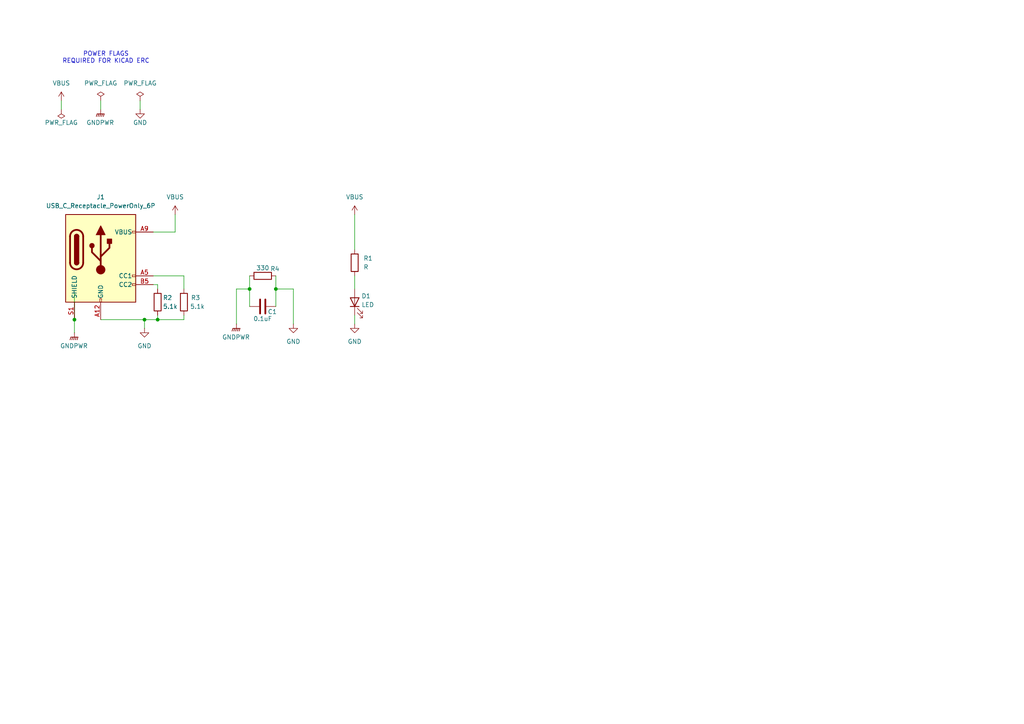
<source format=kicad_sch>
(kicad_sch (version 20231120) (generator "eeschema") (generator_version "8.0")
  (paper "A4")
  (title_block (title "Test1") (date "2024-04-30") (rev "v1") (company "DelgadoTechnologies"))
  (lib_symbols
    (symbol "Connector:USB_C_Receptacle_PowerOnly_6P" (pin_names (offset 1.016))
      (property "Reference" "J" (at 0 16.51 0))
      (property "Value" "USB_C_Receptacle_PowerOnly_6P" (at 0 13.97 0))
      (symbol "USB_C_Receptacle_PowerOnly_6P_0_0"
        (rectangle (start -0.254 -12.7) (end 0.254 -11.684))
        (rectangle (start 10.16 -7.366) (end 9.144 -7.874))
        (rectangle (start 10.16 -4.826) (end 9.144 -5.334))
        (rectangle (start 10.16 7.874) (end 9.144 7.366))
      )
      (symbol "USB_C_Receptacle_PowerOnly_6P_0_1"
        (rectangle (start -10.16 12.7) (end 10.16 -12.7) (stroke (width 0.254)) (fill (type background)))
        (arc (start -8.89 -1.27) (mid -6.985 -3.1667) (end -5.08 -1.27) (stroke (width 0.508)))
        (arc (start -7.62 -1.27) (mid -6.985 -1.9023) (end -6.35 -1.27) (stroke (width 0.254)))
        (arc (start -7.62 -1.27) (mid -6.985 -1.9023) (end -6.35 -1.27) (stroke (width 0.254)) (fill (type outline)))
        (rectangle (start -7.62 -1.27) (end -6.35 6.35) (stroke (width 0.254)) (fill (type outline)))
        (arc (start -6.35 6.35) (mid -6.985 6.9823) (end -7.62 6.35) (stroke (width 0.254)))
        (arc (start -6.35 6.35) (mid -6.985 6.9823) (end -7.62 6.35) (stroke (width 0.254)) (fill (type outline)))
        (arc (start -5.08 6.35) (mid -6.985 8.2467) (end -8.89 6.35) (stroke (width 0.508)))
        (circle (center -2.54 3.683) (radius 0.635) (stroke (width 0.254)) (fill (type outline)))
        (circle (center 0 -3.302) (radius 1.27) (fill (type outline)))
        (polyline (pts (xy -8.89 -1.27) (xy -8.89 6.35)) (stroke (width 0.508)))
        (polyline (pts (xy -5.08 6.35) (xy -5.08 -1.27)) (stroke (width 0.508)))
        (polyline (pts (xy 0 -3.302) (xy 0 6.858)) (stroke (width 0.508)))
        (polyline (pts (xy 0 -0.762) (xy -2.54 1.778) (xy -2.54 3.048)) (stroke (width 0.508)))
        (polyline (pts (xy 0 0.508) (xy 2.54 3.048) (xy 2.54 4.318)) (stroke (width 0.508)))
        (polyline (pts (xy -1.27 6.858) (xy 0 9.398) (xy 1.27 6.858) (xy -1.27 6.858)) (stroke (width 0.254)) (fill (type outline)))
        (rectangle (start 1.905 4.318) (end 3.175 5.588) (stroke (width 0.254)) (fill (type outline)))
      )
      (symbol "USB_C_Receptacle_PowerOnly_6P_1_1"
        (pin passive line (at 0 -17.78 90) (length 5.08) (name "GND") (number "A12"))
        (pin bidirectional line (at 15.24 -5.08 180) (length 5.08) (name "CC1") (number "A5"))
        (pin passive line (at 15.24 7.62 180) (length 5.08) (name "VBUS") (number "A9"))
        (pin passive line (at 0 -17.78 90) (length 5.08) hide (name "GND") (number "B12"))
        (pin bidirectional line (at 15.24 -7.62 180) (length 5.08) (name "CC2") (number "B5"))
        (pin passive line (at 15.24 7.62 180) (length 5.08) hide (name "VBUS") (number "B9"))
        (pin passive line (at -7.62 -17.78 90) (length 5.08) (name "SHIELD") (number "S1"))
      )
    )
    (symbol "Device:C" (pin_numbers hide) (pin_names (offset 0.254))
      (property "Reference" "C" (at 0.635 2.54 0))
      (property "Value" "C" (at 0.635 -2.54 0))
      (symbol "C_0_1"
        (polyline (pts (xy -2.032 -0.762) (xy 2.032 -0.762)) (stroke (width 0.508)))
        (polyline (pts (xy -2.032 0.762) (xy 2.032 0.762)) (stroke (width 0.508)))
      )
      (symbol "C_1_1"
        (pin passive line (at 0 3.81 270) (length 2.794) (name "~") (number "1"))
        (pin passive line (at 0 -3.81 90) (length 2.794) (name "~") (number "2"))
      )
    )
    (symbol "Device:LED" (pin_numbers hide) (pin_names (offset 1.016) hide)
      (property "Reference" "D" (at 0 2.54 0))
      (property "Value" "LED" (at 0 -2.54 0))
      (symbol "LED_0_1"
        (polyline (pts (xy -1.27 -1.27) (xy -1.27 1.27)) (stroke (width 0.254)))
        (polyline (pts (xy -1.27 0) (xy 1.27 0)))
        (polyline (pts (xy 1.27 -1.27) (xy 1.27 1.27) (xy -1.27 0) (xy 1.27 -1.27)) (stroke (width 0.254)))
        (polyline (pts (xy -3.048 -0.762) (xy -4.572 -2.286) (xy -3.81 -2.286) (xy -4.572 -2.286) (xy -4.572 -1.524)))
        (polyline (pts (xy -1.778 -0.762) (xy -3.302 -2.286) (xy -2.54 -2.286) (xy -3.302 -2.286) (xy -3.302 -1.524)))
      )
      (symbol "LED_1_1"
        (pin passive line (at -3.81 0 0) (length 2.54) (name "K") (number "1"))
        (pin passive line (at 3.81 0 180) (length 2.54) (name "A") (number "2"))
      )
    )
    (symbol "Device:R" (pin_numbers hide) (pin_names (offset 0))
      (property "Reference" "R" (at 2.032 0 90))
      (property "Value" "R" (at 0 0 90))
      (symbol "R_0_1"
        (rectangle (start -1.016 -2.54) (end 1.016 2.54) (stroke (width 0.254)))
      )
      (symbol "R_1_1"
        (pin passive line (at 0 3.81 270) (length 1.27) (name "~") (number "1"))
        (pin passive line (at 0 -3.81 90) (length 1.27) (name "~") (number "2"))
      )
    )
    (symbol "power:GND" (power) (pin_numbers hide) (pin_names (offset 0) hide)
      (property "Value" "GND" (at 0 -3.81 0))
      (symbol "GND_0_1"
        (polyline (pts (xy 0 0) (xy 0 -1.27) (xy 1.27 -1.27) (xy 0 -2.54) (xy -1.27 -1.27) (xy 0 -1.27)))
      )
      (symbol "GND_1_1"
        (pin power_in line (at 0 0 270) (length 0) (name "~") (number "1"))
      )
    )
    (symbol "power:GNDPWR" (power) (pin_numbers hide) (pin_names (offset 0) hide)
      (property "Value" "GNDPWR" (at 0 -3.302 0))
      (symbol "GNDPWR_0_1"
        (polyline (pts (xy 0 -1.27) (xy 0 0)))
        (polyline (pts (xy -1.016 -1.27) (xy -1.27 -2.032) (xy -1.27 -2.032)) (stroke (width 0.2032)))
        (polyline (pts (xy -0.508 -1.27) (xy -0.762 -2.032) (xy -0.762 -2.032)) (stroke (width 0.2032)))
        (polyline (pts (xy 0 -1.27) (xy -0.254 -2.032) (xy -0.254 -2.032)) (stroke (width 0.2032)))
        (polyline (pts (xy 0.508 -1.27) (xy 0.254 -2.032) (xy 0.254 -2.032)) (stroke (width 0.2032)))
        (polyline (pts (xy 1.016 -1.27) (xy -1.016 -1.27) (xy -1.016 -1.27)) (stroke (width 0.2032)))
        (polyline (pts (xy 1.016 -1.27) (xy 0.762 -2.032) (xy 0.762 -2.032) (xy 0.762 -2.032)) (stroke (width 0.2032)))
      )
      (symbol "GNDPWR_1_1"
        (pin power_in line (at 0 0 270) (length 0) (name "~") (number "1"))
      )
    )
    (symbol "power:PWR_FLAG" (power) (pin_numbers hide) (pin_names (offset 0) hide)
      (property "Value" "PWR_FLAG" (at 0 3.81 0))
      (symbol "PWR_FLAG_0_0"
        (pin power_out line (at 0 0 90) (length 0) (name "~") (number "1"))
      )
      (symbol "PWR_FLAG_0_1"
        (polyline (pts (xy 0 0) (xy 0 1.27) (xy -1.016 1.905) (xy 0 2.54) (xy 1.016 1.905) (xy 0 1.27)))
      )
    )
    (symbol "power:VBUS" (power) (pin_numbers hide) (pin_names (offset 0) hide)
      (property "Value" "VBUS" (at 0 3.556 0))
      (symbol "VBUS_0_1"
        (polyline (pts (xy -0.762 1.27) (xy 0 2.54)))
        (polyline (pts (xy 0 0) (xy 0 2.54)))
        (polyline (pts (xy 0 2.54) (xy 0.762 1.27)))
      )
      (symbol "VBUS_1_1"
        (pin power_in line (at 0 0 90) (length 0) (name "~") (number "1"))
      )
    )
  )
  (junction (at 41.91 92.71))
  (junction (at 21.59 92.71))
  (junction (at 72.39 83.82))
  (junction (at 45.72 92.71))
  (junction (at 80.01 83.82))
  (wire (pts (xy 102.87 93.98) (xy 102.87 91.44)))
  (wire (pts (xy 45.72 82.55) (xy 44.45 82.55)))
  (wire (pts (xy 21.59 92.71) (xy 21.59 96.52)))
  (wire (pts (xy 40.64 29.21) (xy 40.64 31.75)))
  (wire (pts (xy 29.21 92.71) (xy 41.91 92.71)))
  (wire (pts (xy 85.09 83.82) (xy 85.09 93.98)))
  (wire (pts (xy 45.72 91.44) (xy 45.72 92.71)))
  (wire (pts (xy 53.34 80.01) (xy 53.34 83.82)))
  (wire (pts (xy 50.8 67.31) (xy 44.45 67.31)))
  (wire (pts (xy 44.45 80.01) (xy 53.34 80.01)))
  (wire (pts (xy 85.09 83.82) (xy 80.01 83.82)))
  (wire (pts (xy 29.21 29.21) (xy 29.21 31.75)))
  (wire (pts (xy 102.87 62.23) (xy 102.87 72.39)))
  (wire (pts (xy 50.8 62.23) (xy 50.8 67.31)))
  (wire (pts (xy 17.78 31.75) (xy 17.78 29.21)))
  (wire (pts (xy 53.34 91.44) (xy 53.34 92.71)))
  (wire (pts (xy 72.39 83.82) (xy 72.39 88.9)))
  (wire (pts (xy 72.39 80.01) (xy 72.39 83.82)))
  (wire (pts (xy 80.01 83.82) (xy 80.01 88.9)))
  (wire (pts (xy 21.59 85.09) (xy 21.59 92.71)))
  (wire (pts (xy 45.72 92.71) (xy 41.91 92.71)))
  (wire (pts (xy 45.72 92.71) (xy 53.34 92.71)))
  (wire (pts (xy 68.58 83.82) (xy 68.58 93.98)))
  (wire (pts (xy 80.01 80.01) (xy 80.01 83.82)))
  (wire (pts (xy 72.39 83.82) (xy 68.58 83.82)))
  (wire (pts (xy 102.87 80.01) (xy 102.87 83.82)))
  (wire (pts (xy 45.72 82.55) (xy 45.72 83.82)))
  (wire (pts (xy 41.91 92.71) (xy 41.91 95.25)))
  (text "POWER FLAGS\nREQUIRED FOR KICAD ERC" (at 30.734 16.764 0) (effects (font (size 1.27 1.27))))
  (symbol (lib_id "power:GND") (at 40.64 31.75 0) (unit 1)
    (property "Reference" "#PWR010" (effects (hide yes)))
    (property "Value" "GND" (at 40.64 35.56 0))
    (property "Description" "Power symbol creates a global label with name \"GND\" , ground" (effects (hide yes)))
  )
  (symbol (lib_id "power:VBUS") (at 17.78 29.21 0) (unit 1)
    (property "Reference" "#PWR08" (effects (hide yes)))
    (property "Value" "VBUS" (at 17.78 24.13 0))
    (property "Description" "Power symbol creates a global label with name \"VBUS\"" (effects (hide yes)))
  )
  (symbol (lib_id "power:PWR_FLAG") (at 17.78 31.75 180) (unit 1)
    (property "Reference" "#FLG02" (effects (hide yes)))
    (property "Value" "PWR_FLAG" (at 17.78 35.56 0))
    (property "Description" "Special symbol for telling ERC where power comes from" (effects (hide yes)))
  )
  (symbol (lib_id "Device:LED") (at 102.87 87.63 90) (unit 1)
    (property "Reference" "D1" (at 106.172 85.852 90))
    (property "Value" "LED" (at 106.68 88.392 90))
    (property "Footprint" "LED_SMD:LED_0805_2012Metric" (effects (hide yes)))
    (property "Description" "Light emitting diode" (effects (hide yes)))
  )
  (symbol (lib_id "Device:R") (at 53.34 87.63 0) (unit 1)
    (property "Reference" "R3" (at 55.372 86.36 0) (effects (justify left)))
    (property "Value" "5.1k" (at 55.118 88.9 0) (effects (justify left)))
    (property "Footprint" "Resistor_SMD:R_0805_2012Metric" (effects (hide yes)))
    (property "Description" "Resistor" (effects (hide yes)))
  )
  (symbol (lib_id "Device:R") (at 45.72 87.63 0) (unit 1)
    (property "Reference" "R2" (at 47.244 86.36 0) (effects (justify left)))
    (property "Value" "5.1k" (at 47.244 88.9 0) (effects (justify left)))
    (property "Footprint" "Resistor_SMD:R_0805_2012Metric" (effects (hide yes)))
    (property "Description" "Resistor" (effects (hide yes)))
  )
  (symbol (lib_id "power:GND") (at 102.87 93.98 0) (unit 1)
    (property "Reference" "#PWR03" (effects (hide yes)))
    (property "Value" "GND" (at 102.87 99.06 0))
    (property "Description" "Power symbol creates a global label with name \"GND\" , ground" (effects (hide yes)))
  )
  (symbol (lib_id "Device:R") (at 102.87 76.2 180) (unit 1)
    (property "Reference" "R1" (at 105.41 74.9299 0) (effects (justify right)))
    (property "Value" "R" (at 105.41 77.4699 0) (effects (justify right)))
    (property "Footprint" "Resistor_SMD:R_0805_2012Metric" (effects (hide yes)))
    (property "Description" "Resistor" (effects (hide yes)))
  )
  (symbol (lib_id "power:VBUS") (at 102.87 62.23 0) (unit 1)
    (property "Reference" "#PWR07" (effects (hide yes)))
    (property "Value" "VBUS" (at 102.87 57.15 0))
    (property "Description" "Power symbol creates a global label with name \"VBUS\"" (effects (hide yes)))
  )
  (symbol (lib_id "power:GNDPWR") (at 68.58 93.98 0) (unit 1)
    (property "Reference" "#PWR04" (effects (hide yes)))
    (property "Value" "GNDPWR" (at 68.453 97.79 0))
    (property "Description" "Power symbol creates a global label with name \"GNDPWR\" , global ground" (effects (hide yes)))
  )
  (symbol (lib_id "power:VBUS") (at 50.8 62.23 0) (unit 1)
    (property "Reference" "#PWR06" (effects (hide yes)))
    (property "Value" "VBUS" (at 50.8 57.15 0))
    (property "Description" "Power symbol creates a global label with name \"VBUS\"" (effects (hide yes)))
  )
  (symbol (lib_id "power:GND") (at 41.91 95.25 0) (unit 1)
    (property "Reference" "#PWR01" (effects (hide yes)))
    (property "Value" "GND" (at 41.91 100.33 0))
    (property "Description" "Power symbol creates a global label with name \"GND\" , ground" (effects (hide yes)))
  )
  (symbol (lib_id "Device:R") (at 76.2 80.01 270) (unit 1)
    (property "Reference" "R4" (at 79.756 77.978 90))
    (property "Value" "330" (at 76.2 77.724 90))
    (property "Footprint" "Resistor_SMD:R_0805_2012Metric" (effects (hide yes)))
    (property "Description" "Resistor" (effects (hide yes)))
  )
  (symbol (lib_id "power:GNDPWR") (at 21.59 96.52 0) (unit 1)
    (property "Reference" "#PWR02" (effects (hide yes)))
    (property "Value" "GNDPWR" (at 21.463 100.33 0))
    (property "Description" "Power symbol creates a global label with name \"GNDPWR\" , global ground" (effects (hide yes)))
  )
  (symbol (lib_id "Connector:USB_C_Receptacle_PowerOnly_6P") (at 29.21 74.93 0) (unit 1)
    (property "Reference" "J1" (at 29.21 57.15 0))
    (property "Value" "USB_C_Receptacle_PowerOnly_6P" (at 29.21 59.69 0))
    (property "Footprint" "Connector_USB:USB_C_Receptacle_GCT_USB4125-xx-x-0190_6P_TopMnt_Horizontal" (effects (hide yes)))
    (property "Datasheet" "https://www.usb.org/sites/default/files/documents/usb_type-c.zip" (effects (hide yes)))
    (property "Description" "USB Power-Only 6P Type-C Receptacle connector" (effects (hide yes)))
  )
  (symbol (lib_id "power:GNDPWR") (at 29.21 31.75 0) (unit 1)
    (property "Reference" "#PWR09" (effects (hide yes)))
    (property "Value" "GNDPWR" (at 29.083 35.56 0))
    (property "Description" "Power symbol creates a global label with name \"GNDPWR\" , global ground" (effects (hide yes)))
  )
  (symbol (lib_id "Device:C") (at 76.2 88.9 270) (unit 1)
    (property "Reference" "C1" (at 78.994 90.424 90))
    (property "Value" "0.1uF" (at 76.2 92.456 90))
    (property "Footprint" "Capacitor_SMD:C_0805_2012Metric" (effects (hide yes)))
    (property "Description" "Unpolarized capacitor" (effects (hide yes)))
  )
  (symbol (lib_id "power:PWR_FLAG") (at 40.64 29.21 0) (unit 1)
    (property "Reference" "#FLG03" (effects (hide yes)))
    (property "Value" "PWR_FLAG" (at 40.64 24.13 0))
    (property "Description" "Special symbol for telling ERC where power comes from" (effects (hide yes)))
  )
  (symbol (lib_id "power:GND") (at 85.09 93.98 0) (unit 1)
    (property "Reference" "#PWR05" (effects (hide yes)))
    (property "Value" "GND" (at 85.09 99.06 0))
    (property "Description" "Power symbol creates a global label with name \"GND\" , ground" (effects (hide yes)))
  )
  (symbol (lib_id "power:PWR_FLAG") (at 29.21 29.21 0) (unit 1)
    (property "Reference" "#FLG01" (effects (hide yes)))
    (property "Value" "PWR_FLAG" (at 29.21 24.13 0))
    (property "Description" "Special symbol for telling ERC where power comes from" (effects (hide yes)))
  )
)
</source>
